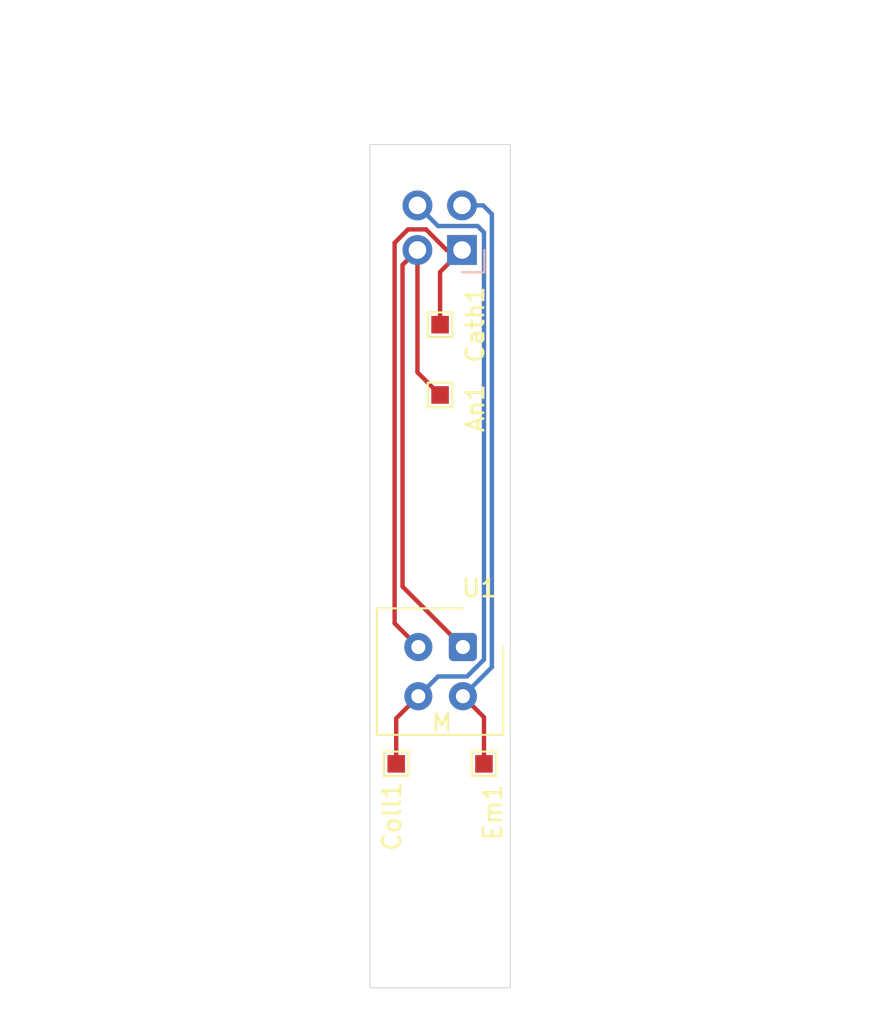
<source format=kicad_pcb>
(kicad_pcb (version 20211014) (generator pcbnew)
  (layers (0 "F.Cu" signal) (31 "B.Cu" signal) (34 "B.Paste" user) (35 "F.Paste" user) (36 "B.SilkS" user "B.Silkscreen") (37 "F.SilkS" user "F.Silkscreen") (38 "B.Mask" user) (39 "F.Mask" user) (44 "Edge.Cuts" user))
  (net 0 "")
  (net 1 "/Cathode")
  (net 2 "/Emitter")
  (net 3 "/Anode")
  (net 4 "/Collector")
  (footprint "Mounting_Holes:MountingHole_3.2mm_M3" (layer "F.Cu") (at 175 130)
    (fp_text reference "H1" hide)
    (fp_text value "MountingHole")
    (pad "" np_thru_hole circle locked (at 0 0) (size 3.2 3.2) (drill 3.2) (layers *.Cu *.Mask))
  )
  (footprint "Mounting_Holes:MountingHole_3.2mm_M3" (layer "F.Cu") (at 175 110)
    (fp_text reference "H2" hide)
    (fp_text value "MountingHole")
    (pad "" np_thru_hole circle locked (at 0 0) (size 3.2 3.2) (drill 3.2) (layers *.Cu *.Mask))
  )
  (footprint "TestPoint:TestPoint_Pad_1.0x1.0mm" (layer "F.Cu") (at 175 104.25)
    (fp_text reference "An1" (at 2 0.75 90) (layer "F.SilkS"))
    (fp_text value "TestPoint")
    (fp_line (start -0.7 0.7) (end -0.7 -0.7) (layer "F.SilkS") (width 0.12))
    (fp_line (start 0.7 0.7) (end -0.7 0.7) (layer "F.SilkS") (width 0.12))
    (fp_line (start 0.7 -0.7) (end 0.7 0.7) (layer "F.SilkS") (width 0.12))
    (fp_line (start -0.7 -0.7) (end 0.7 -0.7) (layer "F.SilkS") (width 0.12))
    (pad "1" smd rect locked (at 0 0) (size 1 1) (layers "F.Cu" "F.Mask") (net 3 "/Anode"))
  )
  (footprint "TestPoint:TestPoint_Pad_1.0x1.0mm" (layer "F.Cu") (at 175 100.25)
    (fp_text reference "Cath1" (at 2 0 90) (layer "F.SilkS"))
    (fp_text value "TestPoint")
    (fp_line (start -0.7 0.7) (end -0.7 -0.7) (layer "F.SilkS") (width 0.12))
    (fp_line (start 0.7 -0.7) (end 0.7 0.7) (layer "F.SilkS") (width 0.12))
    (fp_line (start -0.7 -0.7) (end 0.7 -0.7) (layer "F.SilkS") (width 0.12))
    (fp_line (start 0.7 0.7) (end -0.7 0.7) (layer "F.SilkS") (width 0.12))
    (pad "1" smd rect locked (at 0 0) (size 1 1) (layers "F.Cu" "F.Mask") (net 1 "/Cathode"))
  )
  (footprint "TestPoint:TestPoint_Pad_1.0x1.0mm" (layer "F.Cu") (at 172.5 125.25)
    (fp_text reference "Coll1" (at -0.25 3 90) (layer "F.SilkS"))
    (fp_text value "TestPoint")
    (fp_line (start -0.7 0.7) (end -0.7 -0.7) (layer "F.SilkS") (width 0.12))
    (fp_line (start -0.7 -0.7) (end 0.7 -0.7) (layer "F.SilkS") (width 0.12))
    (fp_line (start 0.7 0.7) (end -0.7 0.7) (layer "F.SilkS") (width 0.12))
    (fp_line (start 0.7 -0.7) (end 0.7 0.7) (layer "F.SilkS") (width 0.12))
    (pad "1" smd rect locked (at 0 0) (size 1 1) (layers "F.Cu" "F.Mask") (net 4 "/Collector"))
  )
  (footprint "TestPoint:TestPoint_Pad_1.0x1.0mm" (layer "F.Cu") (at 177.5 125.25)
    (fp_text reference "Em1" (at 0.5 2.75 90) (layer "F.SilkS"))
    (fp_text value "TestPoint")
    (fp_line (start 0.7 0.7) (end -0.7 0.7) (layer "F.SilkS") (width 0.12))
    (fp_line (start 0.7 -0.7) (end 0.7 0.7) (layer "F.SilkS") (width 0.12))
    (fp_line (start -0.7 -0.7) (end 0.7 -0.7) (layer "F.SilkS") (width 0.12))
    (fp_line (start -0.7 0.7) (end -0.7 -0.7) (layer "F.SilkS") (width 0.12))
    (pad "1" smd rect locked (at 0 0) (size 1 1) (layers "F.Cu" "F.Mask") (net 2 "/Emitter"))
  )
  (footprint "OptoDevice:Vishay_CNY70" (layer "F.Cu") (at 176.3 118.6 -90)
    (fp_text reference "U1" (at -3.35 -0.95 180) (layer "F.SilkS"))
    (fp_text value "CNY70")
    (fp_text user "M" (at 4.3 1.2 unlocked) (layer "F.SilkS"))
    (fp_line (start 5 -2.3) (end 0 -2.3) (layer "F.SilkS") (width 0.12))
    (fp_line (start -2.2 4.9) (end 5 4.9) (layer "F.SilkS") (width 0.12))
    (fp_line (start 5 4.9) (end 5 -2.3) (layer "F.SilkS") (width 0.12))
    (fp_line (start -2.2 0) (end -2.2 4.9) (layer "F.SilkS") (width 0.12))
    (pad "1" thru_hole roundrect (at 0 0 270) (size 1.6 1.6) (drill 0.8) (layers *.Cu *.Mask) (roundrect_rratio 0.156) (net 3 "/Anode"))
    (pad "2" thru_hole circle (at 0 2.54 270) (size 1.6 1.6) (drill 0.8) (layers *.Cu *.Mask) (net 1 "/Cathode"))
    (pad "3" thru_hole circle (at 2.8 2.54 270) (size 1.6 1.6) (drill 0.8) (layers *.Cu *.Mask) (net 4 "/Collector"))
    (pad "4" thru_hole circle (at 2.8 0 270) (size 1.6 1.6) (drill 0.8) (layers *.Cu *.Mask) (net 2 "/Emitter"))
  )
  (footprint "Pin_Headers:Pin_Header_Angled_2x02_Pitch2.54mm" (layer "B.Cu") (at 176.25 96 90)
    (fp_text reference "J1" hide)
    (fp_text value "Conn_02x02_Odd_Even")
    (fp_line (start -1.27 0) (end -1.27 1.27) (layer "B.SilkS") (width 0.12))
    (fp_line (start -1.27 1.27) (end 0 1.27) (layer "B.SilkS") (width 0.12))
    (pad "1" thru_hole rect (at 0 0 90) (size 1.7 1.7) (drill 1) (layers *.Cu *.Mask) (net 1 "/Cathode"))
    (pad "2" thru_hole oval (at 2.54 0 90) (size 1.7 1.7) (drill 1) (layers *.Cu *.Mask) (net 2 "/Emitter"))
    (pad "3" thru_hole oval (at 0 -2.54 90) (size 1.7 1.7) (drill 1) (layers *.Cu *.Mask) (net 3 "/Anode"))
    (pad "4" thru_hole oval (at 2.54 -2.54 90) (size 1.7 1.7) (drill 1) (layers *.Cu *.Mask) (net 4 "/Collector"))
  )
  (gr_line (start 171 90) (end 171 138) (layer "Edge.Cuts") (width 0.05))
  (gr_line (start 171 138) (end 179 138) (layer "Edge.Cuts") (width 0.05))
  (gr_line (start 179 90) (end 171 90) (layer "Edge.Cuts") (width 0.05))
  (gr_line (start 179 138) (end 179 90) (layer "Edge.Cuts") (width 0.05))
  (segment (start 173.174511 94.825489) (end 174.196499 94.825489) (width 0.25) (layer "F.Cu") (net 1))
  (segment (start 175.37101 96) (end 176.25 96) (width 0.25) (layer "F.Cu") (net 1))
  (segment (start 172.41048 117.25048) (end 173.76 118.6) (width 0.25) (layer "F.Cu") (net 1))
  (segment (start 175 100.25) (end 175 97.25) (width 0.25) (layer "F.Cu") (net 1))
  (segment (start 175 97.25) (end 176.25 96) (width 0.25) (layer "F.Cu") (net 1))
  (segment (start 172.41048 95.58952) (end 172.41048 117.25048) (width 0.25) (layer "F.Cu") (net 1))
  (segment (start 173.174511 94.825489) (end 172.41048 95.58952) (width 0.25) (layer "F.Cu") (net 1))
  (segment (start 174.196499 94.825489) (end 175.37101 96) (width 0.25) (layer "F.Cu") (net 1))
  (segment (start 177.5 122.6) (end 176.3 121.4) (width 0.25) (layer "F.Cu") (net 2))
  (segment (start 177.5 125.25) (end 177.5 122.6) (width 0.25) (layer "F.Cu") (net 2))
  (segment (start 177.94952 93.957439) (end 177.94952 119.75048) (width 0.25) (layer "B.Cu") (net 2))
  (segment (start 176.25 93.46) (end 177.452081 93.46) (width 0.25) (layer "B.Cu") (net 2))
  (segment (start 177.452081 93.46) (end 177.94952 93.957439) (width 0.25) (layer "B.Cu") (net 2))
  (segment (start 177.94952 119.75048) (end 176.3 121.4) (width 0.25) (layer "B.Cu") (net 2))
  (segment (start 175 104.25) (end 173.71 102.96) (width 0.25) (layer "F.Cu") (net 3))
  (segment (start 173.71 96) (end 172.86 96.85) (width 0.25) (layer "F.Cu") (net 3))
  (segment (start 173.71 102.96) (end 173.71 96) (width 0.25) (layer "F.Cu") (net 3))
  (segment (start 172.86 96.85) (end 172.86 115.16) (width 0.25) (layer "F.Cu") (net 3))
  (segment (start 172.86 115.16) (end 176.3 118.6) (width 0.25) (layer "F.Cu") (net 3))
  (segment (start 172.5 122.66) (end 173.76 121.4) (width 0.25) (layer "F.Cu") (net 4))
  (segment (start 172.5 125.25) (end 172.5 122.66) (width 0.25) (layer "F.Cu") (net 4))
  (segment (start 177.134511 94.634511) (end 177.5 95) (width 0.25) (layer "B.Cu") (net 4))
  (segment (start 176.537239 120.275489) (end 174.884511 120.275489) (width 0.25) (layer "B.Cu") (net 4))
  (segment (start 177.5 95) (end 177.5 119.312728) (width 0.25) (layer "B.Cu") (net 4))
  (segment (start 173.71 93.46) (end 174.884511 94.634511) (width 0.25) (layer "B.Cu") (net 4))
  (segment (start 177.5 119.312728) (end 176.537239 120.275489) (width 0.25) (layer "B.Cu") (net 4))
  (segment (start 174.884511 120.275489) (end 173.76 121.4) (width 0.25) (layer "B.Cu") (net 4))
  (segment (start 174.884511 94.634511) (end 177.134511 94.634511) (width 0.25) (layer "B.Cu") (net 4))
)
</source>
